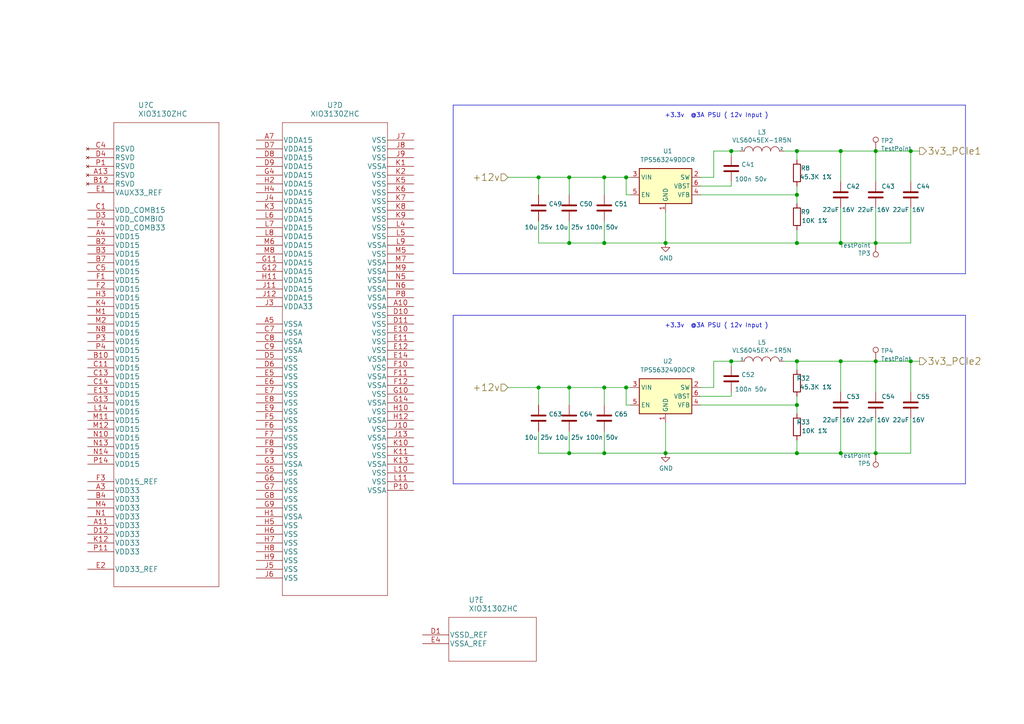
<source format=kicad_sch>
(kicad_sch (version 20210615) (generator eeschema)
  (paper "A4")
  (lib_symbols
    (symbol "Connector:TestPoint" (pin_numbers hide) (pin_names (offset 0.762) hide)
      (property "Reference" "TP" (at 0 6.858 0))
      (property "Value" "TestPoint" (at 0 5.08 0))
      (symbol "TestPoint_0_1"
        (circle (center 0 3.302) (radius 0.762))
      )
      (symbol "TestPoint_1_1"
        (pin passive line (at 0 0 90) (length 2.54) (name "1") (number "1"))
      )
    )
    (symbol "Device:C" (pin_numbers hide) (pin_names (offset 0.254))
      (property "Reference" "C" (at 0.635 2.54 0))
      (property "Value" "C" (at 0.635 -2.54 0))
      (symbol "C_0_1"
        (polyline (pts (xy -2.032 -0.762) (xy 2.032 -0.762)) (stroke (width 0.508)))
        (polyline (pts (xy -2.032 0.762) (xy 2.032 0.762)) (stroke (width 0.508)))
      )
      (symbol "C_1_1"
        (pin passive line (at 0 3.81 270) (length 2.794) (name "~") (number "1"))
        (pin passive line (at 0 -3.81 90) (length 2.794) (name "~") (number "2"))
      )
    )
    (symbol "Device:R" (pin_numbers hide) (pin_names (offset 0))
      (property "Reference" "R" (at 2.032 0 90))
      (property "Value" "R" (at 0 0 90))
      (symbol "R_0_1"
        (rectangle (start -1.016 -2.54) (end 1.016 2.54) (stroke (width 0.254)))
      )
      (symbol "R_1_1"
        (pin passive line (at 0 3.81 270) (length 1.27) (name "~") (number "1"))
        (pin passive line (at 0 -3.81 90) (length 1.27) (name "~") (number "2"))
      )
    )
    (symbol "Regulator_Switching:TPS563200"
      (property "Reference" "U" (at -7.62 6.35 0))
      (property "Value" "TPS563200" (at -2.54 6.35 0))
      (symbol "TPS563200_0_1"
        (rectangle (start -7.62 5.08) (end 7.62 -5.08) (stroke (width 0.254)) (fill (type background)))
      )
      (symbol "TPS563200_1_1"
        (pin power_in line (at 0 -7.62 90) (length 2.54) (name "GND") (number "1"))
        (pin output line (at 10.16 2.54 180) (length 2.54) (name "SW") (number "2"))
        (pin power_in line (at -10.16 2.54 0) (length 2.54) (name "VIN") (number "3"))
        (pin input line (at 10.16 -2.54 180) (length 2.54) (name "VFB") (number "4"))
        (pin input line (at -10.16 -2.54 0) (length 2.54) (name "EN") (number "5"))
        (pin passive line (at 10.16 0 180) (length 2.54) (name "VBST") (number "6"))
      )
    )
    (symbol "Scott:XIO3130ZHC" (pin_names (offset 0.254))
      (property "Reference" "U" (at 35.56 10.16 0))
      (property "Value" "XIO3130ZHC" (at 35.56 7.62 0))
      (symbol "XIO3130ZHC_1_1"
        (polyline (pts (xy 7.62 -96.52) (xy 63.5 -96.52)) (stroke (width 0.127)))
        (polyline (pts (xy 7.62 5.08) (xy 7.62 -96.52)) (stroke (width 0.127)))
        (polyline (pts (xy 63.5 -96.52) (xy 63.5 5.08)) (stroke (width 0.127)))
        (polyline (pts (xy 63.5 5.08) (xy 7.62 5.08)) (stroke (width 0.127)))
        (pin output line (at 71.12 -7.62 180) (length 7.62) (name "*DN3_PERST") (number "A1"))
        (pin bidirectional line (at 71.12 -63.5 180) (length 7.62) (name "GPIO2") (number "A12"))
        (pin bidirectional line (at 0 -60.96 0) (length 7.62) (name "GPIO12") (number "A14"))
        (pin output line (at 71.12 -5.08 180) (length 7.62) (name "*DN2_PERST") (number "A2"))
        (pin unspecified line (at 0 -35.56 0) (length 7.62) (name "DN1_PERP") (number "A6"))
        (pin unspecified line (at 0 -38.1 0) (length 7.62) (name "DN1_PETP") (number "A8"))
        (pin output line (at 71.12 -10.16 180) (length 7.62) (name "DN1_REFCK_OP") (number "A9"))
        (pin input line (at 0 -2.54 0) (length 7.62) (name "*UP_PERST") (number "B1"))
        (pin bidirectional line (at 0 -63.5 0) (length 7.62) (name "GPIO12") (number "B11"))
        (pin bidirectional line (at 71.12 -66.04 180) (length 7.62) (name "GPIO13") (number "B13"))
        (pin output line (at 71.12 -33.02 180) (length 7.62) (name "SCL") (number "B14"))
        (pin output line (at 71.12 -2.54 180) (length 7.62) (name "*DN1_PERST") (number "B5"))
        (pin unspecified line (at 0 -40.64 0) (length 7.62) (name "DN1_PERN") (number "B6"))
        (pin unspecified line (at 0 -43.18 0) (length 7.62) (name "DN1_PETN") (number "B8"))
        (pin output line (at 71.12 -12.7 180) (length 7.62) (name "DN1_REFCK_ON") (number "B9"))
        (pin input line (at 0 -7.62 0) (length 7.62) (name "DN1_DPSTRP") (number "C10"))
        (pin bidirectional line (at 71.12 -68.58 180) (length 7.62) (name "GPIO3") (number "C12"))
        (pin input line (at 0 0 0) (length 7.62) (name "*GRST") (number "C2"))
        (pin unspecified line (at 0 -30.48 0) (length 7.62) (name "*WAKE") (number "C3"))
        (pin bidirectional line (at 71.12 -50.8 180) (length 7.62) (name "GPIO0") (number "C6"))
        (pin bidirectional line (at 0 -73.66 0) (length 7.62) (name "SDA") (number "D13"))
        (pin bidirectional line (at 71.12 -71.12 180) (length 7.62) (name "GPIO4") (number "D14"))
        (pin unspecified line (at 0 -68.58 0) (length 7.62) (name "REFR0") (number "D2"))
        (pin unspecified line (at 0 -71.12 0) (length 7.62) (name "REFR1") (number "E3"))
        (pin unspecified line (at 71.12 -38.1 180) (length 7.62) (name "DN2_PERP") (number "F13"))
        (pin unspecified line (at 71.12 -40.64 180) (length 7.62) (name "DN2_PERN") (number "F14"))
        (pin unspecified line (at 0 -78.74 0) (length 7.62) (name "UP_PETP") (number "G1"))
        (pin unspecified line (at 0 -81.28 0) (length 7.62) (name "UP_PETN") (number "G2"))
        (pin unspecified line (at 71.12 -43.18 180) (length 7.62) (name "DN2_PETP") (number "H13"))
        (pin unspecified line (at 71.12 -45.72 180) (length 7.62) (name "DN2_PETN") (number "H14"))
        (pin unspecified line (at 0 -83.82 0) (length 7.62) (name "UP_PERP") (number "J1"))
        (pin output line (at 71.12 -17.78 180) (length 7.62) (name "DN2_REFCKON") (number "J14"))
        (pin unspecified line (at 0 -86.36 0) (length 7.62) (name "UP_PERN") (number "J2"))
        (pin output line (at 71.12 -20.32 180) (length 7.62) (name "DN2_REFCKOP") (number "K14"))
        (pin input line (at 0 -22.86 0) (length 7.62) (name "UP_REFCKIP") (number "L1"))
        (pin bidirectional line (at 71.12 -73.66 180) (length 7.62) (name "GPIO5") (number "L12"))
        (pin input line (at 0 -12.7 0) (length 7.62) (name "DN2_DPSTRP") (number "L13"))
        (pin input line (at 0 -25.4 0) (length 7.62) (name "UP_REFCKIN") (number "L2"))
        (pin bidirectional line (at 71.12 -53.34 180) (length 7.62) (name "GPIO18") (number "L3"))
        (pin bidirectional line (at 71.12 -76.2 180) (length 7.62) (name "GPIO8") (number "M10"))
        (pin bidirectional line (at 71.12 -78.74 180) (length 7.62) (name "GPIO6") (number "M13"))
        (pin bidirectional line (at 71.12 -81.28 180) (length 7.62) (name "GPIO15") (number "M14"))
        (pin bidirectional line (at 71.12 -55.88 180) (length 7.62) (name "GPIO17") (number "M3"))
        (pin bidirectional line (at 71.12 -83.82 180) (length 7.62) (name "GPIO11") (number "N11"))
        (pin bidirectional line (at 71.12 -86.36 180) (length 7.62) (name "GPIO14") (number "N12"))
        (pin output line (at 71.12 0 180) (length 7.62) (name "*CLKREQ_UP") (number "N2"))
        (pin bidirectional line (at 71.12 -58.42 180) (length 7.62) (name "GPIO9") (number "N3"))
        (pin input line (at 0 -17.78 0) (length 7.62) (name "DN3_DPSTRP") (number "N4"))
        (pin unspecified line (at 0 -48.26 0) (length 7.62) (name "DN3_PETP") (number "N7"))
        (pin unspecified line (at 0 -50.8 0) (length 7.62) (name "DN3_PERP") (number "N9"))
        (pin bidirectional line (at 71.12 -88.9 180) (length 7.62) (name "GPIO16") (number "P12"))
        (pin bidirectional line (at 71.12 -91.44 180) (length 7.62) (name "GPIO7") (number "P13"))
        (pin bidirectional line (at 71.12 -60.96 180) (length 7.62) (name "GPIO10") (number "P2"))
        (pin output line (at 71.12 -25.4 180) (length 7.62) (name "DN3_REFCKOP") (number "P5"))
        (pin output line (at 71.12 -27.94 180) (length 7.62) (name "DN3_REFCKON") (number "P6"))
        (pin unspecified line (at 0 -53.34 0) (length 7.62) (name "DN3_PETN") (number "P7"))
        (pin unspecified line (at 0 -55.88 0) (length 7.62) (name "DN3_PERN") (number "P9"))
      )
      (symbol "XIO3130ZHC_2_1"
        (polyline (pts (xy -12.7 -2.54) (xy 12.7 -2.54)) (stroke (width 0.127)))
        (polyline (pts (xy -12.7 5.08) (xy -12.7 -2.54)) (stroke (width 0.127)))
        (polyline (pts (xy 12.7 -2.54) (xy 12.7 5.08)) (stroke (width 0.127)))
        (polyline (pts (xy 12.7 5.08) (xy -12.7 5.08)) (stroke (width 0.127)))
      )
      (symbol "XIO3130ZHC_3_1"
        (polyline (pts (xy 7.62 -127) (xy 38.1 -127)) (stroke (width 0.127)))
        (polyline (pts (xy 7.62 7.62) (xy 7.62 -127)) (stroke (width 0.127)))
        (polyline (pts (xy 38.1 -127) (xy 38.1 7.62)) (stroke (width 0.127)))
        (polyline (pts (xy 38.1 7.62) (xy 7.62 7.62)) (stroke (width 0.127)))
        (pin power_in line (at 0 -109.22 0) (length 7.62) (name "VDD33") (number "A11"))
        (pin no_connect line (at 0 -7.62 0) (length 7.62) (name "RSVD") (number "A13"))
        (pin power_in line (at 0 -99.06 0) (length 7.62) (name "VDD33") (number "A3"))
        (pin power_in line (at 0 -25.4 0) (length 7.62) (name "VDD15") (number "A4"))
        (pin power_in line (at 0 -60.96 0) (length 7.62) (name "VDD15") (number "B10"))
        (pin no_connect line (at 0 -10.16 0) (length 7.62) (name "RSVD") (number "B12"))
        (pin power_in line (at 0 -27.94 0) (length 7.62) (name "VDD15") (number "B2"))
        (pin power_in line (at 0 -30.48 0) (length 7.62) (name "VDD15") (number "B3"))
        (pin power_in line (at 0 -101.6 0) (length 7.62) (name "VDD33") (number "B4"))
        (pin power_in line (at 0 -33.02 0) (length 7.62) (name "VDD15") (number "B7"))
        (pin power_in line (at 0 -17.78 0) (length 7.62) (name "VDD_COMB15") (number "C1"))
        (pin power_in line (at 0 -63.5 0) (length 7.62) (name "VDD15") (number "C11"))
        (pin power_in line (at 0 -66.04 0) (length 7.62) (name "VDD15") (number "C13"))
        (pin power_in line (at 0 -68.58 0) (length 7.62) (name "VDD15") (number "C14"))
        (pin no_connect line (at 0 0 0) (length 7.62) (name "RSVD") (number "C4"))
        (pin power_in line (at 0 -35.56 0) (length 7.62) (name "VDD15") (number "C5"))
        (pin power_in line (at 0 -111.76 0) (length 7.62) (name "VDD33") (number "D12"))
        (pin power_in line (at 0 -20.32 0) (length 7.62) (name "VDD_COMBIO") (number "D3"))
        (pin no_connect line (at 0 -2.54 0) (length 7.62) (name "RSVD") (number "D4"))
        (pin power_in line (at 0 -12.7 0) (length 7.62) (name "VAUX33_REF") (number "E1"))
        (pin power_in line (at 0 -71.12 0) (length 7.62) (name "VDD15") (number "E13"))
        (pin power_in line (at 0 -121.92 0) (length 7.62) (name "VDD33_REF") (number "E2"))
        (pin power_in line (at 0 -38.1 0) (length 7.62) (name "VDD15") (number "F1"))
        (pin power_in line (at 0 -40.64 0) (length 7.62) (name "VDD15") (number "F2"))
        (pin power_in line (at 0 -96.52 0) (length 7.62) (name "VDD15_REF") (number "F3"))
        (pin power_in line (at 0 -22.86 0) (length 7.62) (name "VDD_COMB33") (number "F4"))
        (pin power_in line (at 0 -73.66 0) (length 7.62) (name "VDD15") (number "G13"))
        (pin power_in line (at 0 -43.18 0) (length 7.62) (name "VDD15") (number "H3"))
        (pin power_in line (at 0 -114.3 0) (length 7.62) (name "VDD33") (number "K12"))
        (pin power_in line (at 0 -45.72 0) (length 7.62) (name "VDD15") (number "K4"))
        (pin power_in line (at 0 -76.2 0) (length 7.62) (name "VDD15") (number "L14"))
        (pin power_in line (at 0 -48.26 0) (length 7.62) (name "VDD15") (number "M1"))
        (pin power_in line (at 0 -78.74 0) (length 7.62) (name "VDD15") (number "M11"))
        (pin power_in line (at 0 -81.28 0) (length 7.62) (name "VDD15") (number "M12"))
        (pin power_in line (at 0 -50.8 0) (length 7.62) (name "VDD15") (number "M2"))
        (pin power_in line (at 0 -104.14 0) (length 7.62) (name "VDD33") (number "M4"))
        (pin power_in line (at 0 -106.68 0) (length 7.62) (name "VDD33") (number "N1"))
        (pin power_in line (at 0 -83.82 0) (length 7.62) (name "VDD15") (number "N10"))
        (pin power_in line (at 0 -86.36 0) (length 7.62) (name "VDD15") (number "N13"))
        (pin power_in line (at 0 -88.9 0) (length 7.62) (name "VDD15") (number "N14"))
        (pin power_in line (at 0 -53.34 0) (length 7.62) (name "VDD15") (number "N8"))
        (pin no_connect line (at 0 -5.08 0) (length 7.62) (name "RSVD") (number "P1"))
        (pin power_in line (at 0 -116.84 0) (length 7.62) (name "VDD33") (number "P11"))
        (pin power_in line (at 0 -91.44 0) (length 7.62) (name "VDD15") (number "P14"))
        (pin power_in line (at 0 -55.88 0) (length 7.62) (name "VDD15") (number "P3"))
        (pin power_in line (at 0 -58.42 0) (length 7.62) (name "VDD15") (number "P4"))
      )
      (symbol "XIO3130ZHC_4_1"
        (polyline (pts (xy 7.62 -132.08) (xy 38.1 -132.08)) (stroke (width 0.127)))
        (polyline (pts (xy 7.62 5.08) (xy 7.62 -132.08)) (stroke (width 0.127)))
        (polyline (pts (xy 38.1 -132.08) (xy 38.1 5.08)) (stroke (width 0.127)))
        (polyline (pts (xy 38.1 5.08) (xy 7.62 5.08)) (stroke (width 0.127)))
        (pin power_in line (at 45.72 -48.26 180) (length 7.62) (name "VSSA") (number "A10"))
        (pin power_in line (at 0 -53.34 0) (length 7.62) (name "VSSA") (number "A5"))
        (pin power_in line (at 0 0 0) (length 7.62) (name "VDDA15") (number "A7"))
        (pin power_in line (at 0 -55.88 0) (length 7.62) (name "VSSA") (number "C7"))
        (pin power_in line (at 0 -58.42 0) (length 7.62) (name "VSSA") (number "C8"))
        (pin power_in line (at 0 -60.96 0) (length 7.62) (name "VSSA") (number "C9"))
        (pin power_in line (at 45.72 -50.8 180) (length 7.62) (name "VSS") (number "D10"))
        (pin power_in line (at 45.72 -53.34 180) (length 7.62) (name "VSS") (number "D11"))
        (pin power_in line (at 0 -63.5 0) (length 7.62) (name "VSS") (number "D5"))
        (pin power_in line (at 0 -66.04 0) (length 7.62) (name "VSS") (number "D6"))
        (pin power_in line (at 0 -2.54 0) (length 7.62) (name "VDDA15") (number "D7"))
        (pin power_in line (at 0 -5.08 0) (length 7.62) (name "VDDA15") (number "D8"))
        (pin power_in line (at 0 -7.62 0) (length 7.62) (name "VDDA15") (number "D9"))
        (pin power_in line (at 45.72 -55.88 180) (length 7.62) (name "VSS") (number "E10"))
        (pin power_in line (at 45.72 -58.42 180) (length 7.62) (name "VSS") (number "E11"))
        (pin power_in line (at 45.72 -60.96 180) (length 7.62) (name "VSS") (number "E12"))
        (pin power_in line (at 45.72 -63.5 180) (length 7.62) (name "VSSA") (number "E14"))
        (pin power_in line (at 0 -68.58 0) (length 7.62) (name "VSS") (number "E5"))
        (pin power_in line (at 0 -71.12 0) (length 7.62) (name "VSS") (number "E6"))
        (pin power_in line (at 0 -73.66 0) (length 7.62) (name "VSS") (number "E7"))
        (pin power_in line (at 0 -76.2 0) (length 7.62) (name "VSS") (number "E8"))
        (pin power_in line (at 0 -78.74 0) (length 7.62) (name "VSS") (number "E9"))
        (pin power_in line (at 45.72 -66.04 180) (length 7.62) (name "VSS") (number "F10"))
        (pin power_in line (at 45.72 -68.58 180) (length 7.62) (name "VSSA") (number "F11"))
        (pin power_in line (at 45.72 -71.12 180) (length 7.62) (name "VSSA") (number "F12"))
        (pin power_in line (at 0 -81.28 0) (length 7.62) (name "VSS") (number "F5"))
        (pin power_in line (at 0 -83.82 0) (length 7.62) (name "VSS") (number "F6"))
        (pin power_in line (at 0 -86.36 0) (length 7.62) (name "VSS") (number "F7"))
        (pin power_in line (at 0 -88.9 0) (length 7.62) (name "VSS") (number "F8"))
        (pin power_in line (at 0 -91.44 0) (length 7.62) (name "VSS") (number "F9"))
        (pin power_in line (at 45.72 -73.66 180) (length 7.62) (name "VSS") (number "G10"))
        (pin power_in line (at 0 -35.56 0) (length 7.62) (name "VDDA15") (number "G11"))
        (pin power_in line (at 0 -38.1 0) (length 7.62) (name "VDDA15") (number "G12"))
        (pin power_in line (at 45.72 -76.2 180) (length 7.62) (name "VSSA") (number "G14"))
        (pin power_in line (at 0 -93.98 0) (length 7.62) (name "VSSA") (number "G3"))
        (pin power_in line (at 0 -10.16 0) (length 7.62) (name "VDDA15") (number "G4"))
        (pin power_in line (at 0 -96.52 0) (length 7.62) (name "VSS") (number "G5"))
        (pin power_in line (at 0 -99.06 0) (length 7.62) (name "VSS") (number "G6"))
        (pin power_in line (at 0 -101.6 0) (length 7.62) (name "VSS") (number "G7"))
        (pin power_in line (at 0 -104.14 0) (length 7.62) (name "VSS") (number "G8"))
        (pin power_in line (at 0 -106.68 0) (length 7.62) (name "VSS") (number "G9"))
        (pin power_in line (at 0 -109.22 0) (length 7.62) (name "VSSA") (number "H1"))
        (pin power_in line (at 45.72 -78.74 180) (length 7.62) (name "VSS") (number "H10"))
        (pin power_in line (at 0 -40.64 0) (length 7.62) (name "VDDA15") (number "H11"))
        (pin power_in line (at 45.72 -81.28 180) (length 7.62) (name "VSSA") (number "H12"))
        (pin power_in line (at 0 -12.7 0) (length 7.62) (name "VDDA15") (number "H2"))
        (pin power_in line (at 0 -15.24 0) (length 7.62) (name "VDDA15") (number "H4"))
        (pin power_in line (at 0 -111.76 0) (length 7.62) (name "VSS") (number "H5"))
        (pin power_in line (at 0 -114.3 0) (length 7.62) (name "VSS") (number "H6"))
        (pin power_in line (at 0 -116.84 0) (length 7.62) (name "VSS") (number "H7"))
        (pin power_in line (at 0 -119.38 0) (length 7.62) (name "VSS") (number "H8"))
        (pin power_in line (at 0 -121.92 0) (length 7.62) (name "VSS") (number "H9"))
        (pin power_in line (at 45.72 -83.82 180) (length 7.62) (name "VSS") (number "J10"))
        (pin power_in line (at 0 -43.18 0) (length 7.62) (name "VDDA15") (number "J11"))
        (pin power_in line (at 0 -45.72 0) (length 7.62) (name "VDDA15") (number "J12"))
        (pin power_in line (at 45.72 -86.36 180) (length 7.62) (name "VSSA") (number "J13"))
        (pin power_in line (at 0 -48.26 0) (length 7.62) (name "VDDA33") (number "J3"))
        (pin power_in line (at 0 -17.78 0) (length 7.62) (name "VDDA15") (number "J4"))
        (pin power_in line (at 0 -124.46 0) (length 7.62) (name "VSS") (number "J5"))
        (pin power_in line (at 0 -127 0) (length 7.62) (name "VSS") (number "J6"))
        (pin power_in line (at 45.72 0 180) (length 7.62) (name "VSS") (number "J7"))
        (pin power_in line (at 45.72 -2.54 180) (length 7.62) (name "VSS") (number "J8"))
        (pin power_in line (at 45.72 -5.08 180) (length 7.62) (name "VSS") (number "J9"))
        (pin power_in line (at 45.72 -7.62 180) (length 7.62) (name "VSSA") (number "K1"))
        (pin power_in line (at 45.72 -88.9 180) (length 7.62) (name "VSS") (number "K10"))
        (pin power_in line (at 45.72 -91.44 180) (length 7.62) (name "VSS") (number "K11"))
        (pin power_in line (at 45.72 -93.98 180) (length 7.62) (name "VSSA") (number "K13"))
        (pin power_in line (at 45.72 -10.16 180) (length 7.62) (name "VSS") (number "K2"))
        (pin power_in line (at 0 -20.32 0) (length 7.62) (name "VDDA15") (number "K3"))
        (pin power_in line (at 45.72 -12.7 180) (length 7.62) (name "VSS") (number "K5"))
        (pin power_in line (at 45.72 -15.24 180) (length 7.62) (name "VSS") (number "K6"))
        (pin power_in line (at 45.72 -17.78 180) (length 7.62) (name "VSS") (number "K7"))
        (pin power_in line (at 45.72 -20.32 180) (length 7.62) (name "VSS") (number "K8"))
        (pin power_in line (at 45.72 -22.86 180) (length 7.62) (name "VSS") (number "K9"))
        (pin power_in line (at 45.72 -96.52 180) (length 7.62) (name "VSS") (number "L10"))
        (pin power_in line (at 45.72 -99.06 180) (length 7.62) (name "VSS") (number "L11"))
        (pin power_in line (at 45.72 -25.4 180) (length 7.62) (name "VSS") (number "L4"))
        (pin power_in line (at 45.72 -27.94 180) (length 7.62) (name "VSS") (number "L5"))
        (pin power_in line (at 0 -22.86 0) (length 7.62) (name "VDDA15") (number "L6"))
        (pin power_in line (at 0 -25.4 0) (length 7.62) (name "VDDA15") (number "L7"))
        (pin power_in line (at 0 -27.94 0) (length 7.62) (name "VDDA15") (number "L8"))
        (pin power_in line (at 45.72 -30.48 180) (length 7.62) (name "VSSA") (number "L9"))
        (pin power_in line (at 45.72 -33.02 180) (length 7.62) (name "VSS") (number "M5"))
        (pin power_in line (at 0 -30.48 0) (length 7.62) (name "VDDA15") (number "M6"))
        (pin power_in line (at 45.72 -35.56 180) (length 7.62) (name "VSSA") (number "M7"))
        (pin power_in line (at 0 -33.02 0) (length 7.62) (name "VDDA15") (number "M8"))
        (pin power_in line (at 45.72 -38.1 180) (length 7.62) (name "VSSA") (number "M9"))
        (pin power_in line (at 45.72 -40.64 180) (length 7.62) (name "VSSA") (number "N5"))
        (pin power_in line (at 45.72 -43.18 180) (length 7.62) (name "VSSA") (number "N6"))
        (pin power_in line (at 45.72 -101.6 180) (length 7.62) (name "VSSA") (number "P10"))
        (pin power_in line (at 45.72 -45.72 180) (length 7.62) (name "VSSA") (number "P8"))
      )
      (symbol "XIO3130ZHC_5_1"
        (polyline (pts (xy 7.62 -7.62) (xy 33.02 -7.62)) (stroke (width 0.127)))
        (polyline (pts (xy 7.62 5.08) (xy 7.62 -7.62)) (stroke (width 0.127)))
        (polyline (pts (xy 33.02 -7.62) (xy 33.02 5.08)) (stroke (width 0.127)))
        (polyline (pts (xy 33.02 5.08) (xy 7.62 5.08)) (stroke (width 0.127)))
        (pin power_in line (at 0 0 0) (length 7.62) (name "VSSD_REF") (number "D1"))
        (pin power_in line (at 0 -2.54 0) (length 7.62) (name "VSSA_REF") (number "E4"))
      )
    )
    (symbol "power:GND" (power) (pin_names (offset 0))
      (property "Value" "GND" (at 0 -3.81 0))
      (symbol "GND_0_1"
        (polyline (pts (xy 0 0) (xy 0 -1.27) (xy 1.27 -1.27) (xy 0 -2.54) (xy -1.27 -1.27) (xy 0 -1.27)))
      )
      (symbol "GND_1_1"
        (pin power_in line (at 0 0 270) (length 0) hide (name "GND") (number "1"))
      )
    )
    (symbol "pspice:INDUCTOR" (pin_numbers hide) (pin_names (offset 0))
      (property "Reference" "L" (at 0 2.54 0))
      (property "Value" "INDUCTOR" (at 0 -1.27 0))
      (symbol "INDUCTOR_0_1"
        (arc (start -2.54 0) (end -5.08 0) (radius (at -3.81 0) (length 1.27) (angles 0.1 179.9)))
        (arc (start 0 0) (end -2.54 0) (radius (at -1.27 0) (length 1.27) (angles 0.1 179.9)))
        (arc (start 2.54 0) (end 0 0) (radius (at 1.27 0) (length 1.27) (angles 0.1 179.9)))
        (arc (start 5.08 0) (end 2.54 0) (radius (at 3.81 0) (length 1.27) (angles 0.1 179.9)))
      )
      (symbol "INDUCTOR_1_1"
        (pin input line (at -6.35 0 0) (length 1.27) (name "1") (number "1"))
        (pin input line (at 6.35 0 180) (length 1.27) (name "2") (number "2"))
      )
    )
  )
  (junction (at 156.21 51.435) (diameter 1.016))
  (junction (at 156.21 112.395) (diameter 1.016))
  (junction (at 165.1 51.435) (diameter 1.016))
  (junction (at 165.1 70.485) (diameter 1.016))
  (junction (at 165.1 112.395) (diameter 1.016))
  (junction (at 165.1 131.445) (diameter 1.016))
  (junction (at 175.26 51.435) (diameter 1.016))
  (junction (at 175.26 70.485) (diameter 1.016))
  (junction (at 175.26 112.395) (diameter 1.016))
  (junction (at 175.26 131.445) (diameter 1.016))
  (junction (at 181.61 51.435) (diameter 1.016))
  (junction (at 181.61 112.395) (diameter 1.016))
  (junction (at 193.04 70.485) (diameter 1.016))
  (junction (at 193.04 131.445) (diameter 1.016))
  (junction (at 212.09 43.815) (diameter 1.016))
  (junction (at 212.09 104.775) (diameter 1.016))
  (junction (at 231.14 43.815) (diameter 1.016))
  (junction (at 231.14 56.515) (diameter 1.016))
  (junction (at 231.14 70.485) (diameter 1.016))
  (junction (at 231.14 104.775) (diameter 1.016))
  (junction (at 231.14 117.475) (diameter 1.016))
  (junction (at 231.14 131.445) (diameter 1.016))
  (junction (at 243.84 43.815) (diameter 1.016))
  (junction (at 243.84 70.485) (diameter 1.016))
  (junction (at 243.84 104.775) (diameter 1.016))
  (junction (at 243.84 131.445) (diameter 1.016))
  (junction (at 254 43.815) (diameter 1.016))
  (junction (at 254 70.485) (diameter 1.016))
  (junction (at 254 104.775) (diameter 1.016))
  (junction (at 254 131.445) (diameter 1.016))
  (junction (at 264.16 43.815) (diameter 1.016))
  (junction (at 264.16 104.775) (diameter 1.016))
  (wire (pts (xy 147.32 51.435) (xy 156.21 51.435)))
  (wire (pts (xy 147.32 112.395) (xy 156.21 112.395)))
  (wire (pts (xy 156.21 51.435) (xy 156.21 56.515)))
  (wire (pts (xy 156.21 51.435) (xy 165.1 51.435)))
  (wire (pts (xy 156.21 64.135) (xy 156.21 70.485)))
  (wire (pts (xy 156.21 70.485) (xy 165.1 70.485)))
  (wire (pts (xy 156.21 112.395) (xy 156.21 117.475)))
  (wire (pts (xy 156.21 112.395) (xy 165.1 112.395)))
  (wire (pts (xy 156.21 125.095) (xy 156.21 131.445)))
  (wire (pts (xy 156.21 131.445) (xy 165.1 131.445)))
  (wire (pts (xy 165.1 51.435) (xy 165.1 56.515)))
  (wire (pts (xy 165.1 51.435) (xy 175.26 51.435)))
  (wire (pts (xy 165.1 64.135) (xy 165.1 70.485)))
  (wire (pts (xy 165.1 70.485) (xy 175.26 70.485)))
  (wire (pts (xy 165.1 112.395) (xy 165.1 117.475)))
  (wire (pts (xy 165.1 112.395) (xy 175.26 112.395)))
  (wire (pts (xy 165.1 125.095) (xy 165.1 131.445)))
  (wire (pts (xy 165.1 131.445) (xy 175.26 131.445)))
  (wire (pts (xy 175.26 51.435) (xy 175.26 56.515)))
  (wire (pts (xy 175.26 51.435) (xy 181.61 51.435)))
  (wire (pts (xy 175.26 64.135) (xy 175.26 70.485)))
  (wire (pts (xy 175.26 70.485) (xy 193.04 70.485)))
  (wire (pts (xy 175.26 112.395) (xy 175.26 117.475)))
  (wire (pts (xy 175.26 112.395) (xy 181.61 112.395)))
  (wire (pts (xy 175.26 125.095) (xy 175.26 131.445)))
  (wire (pts (xy 175.26 131.445) (xy 193.04 131.445)))
  (wire (pts (xy 181.61 51.435) (xy 182.88 51.435)))
  (wire (pts (xy 181.61 56.515) (xy 181.61 51.435)))
  (wire (pts (xy 181.61 112.395) (xy 182.88 112.395)))
  (wire (pts (xy 181.61 117.475) (xy 181.61 112.395)))
  (wire (pts (xy 182.88 56.515) (xy 181.61 56.515)))
  (wire (pts (xy 182.88 117.475) (xy 181.61 117.475)))
  (wire (pts (xy 193.04 61.595) (xy 193.04 70.485)))
  (wire (pts (xy 193.04 70.485) (xy 231.14 70.485)))
  (wire (pts (xy 193.04 122.555) (xy 193.04 131.445)))
  (wire (pts (xy 193.04 131.445) (xy 231.14 131.445)))
  (wire (pts (xy 203.2 53.975) (xy 212.09 53.975)))
  (wire (pts (xy 203.2 56.515) (xy 231.14 56.515)))
  (wire (pts (xy 203.2 114.935) (xy 212.09 114.935)))
  (wire (pts (xy 203.2 117.475) (xy 231.14 117.475)))
  (wire (pts (xy 207.01 43.815) (xy 207.01 51.435)))
  (wire (pts (xy 207.01 51.435) (xy 203.2 51.435)))
  (wire (pts (xy 207.01 104.775) (xy 207.01 112.395)))
  (wire (pts (xy 207.01 112.395) (xy 203.2 112.395)))
  (wire (pts (xy 212.09 43.815) (xy 207.01 43.815)))
  (wire (pts (xy 212.09 43.815) (xy 212.09 45.085)))
  (wire (pts (xy 212.09 53.975) (xy 212.09 52.705)))
  (wire (pts (xy 212.09 104.775) (xy 207.01 104.775)))
  (wire (pts (xy 212.09 104.775) (xy 212.09 106.045)))
  (wire (pts (xy 212.09 114.935) (xy 212.09 113.665)))
  (wire (pts (xy 214.63 43.815) (xy 212.09 43.815)))
  (wire (pts (xy 214.63 104.775) (xy 212.09 104.775)))
  (wire (pts (xy 227.33 43.815) (xy 231.14 43.815)))
  (wire (pts (xy 227.33 104.775) (xy 231.14 104.775)))
  (wire (pts (xy 231.14 43.815) (xy 231.14 46.355)))
  (wire (pts (xy 231.14 43.815) (xy 243.84 43.815)))
  (wire (pts (xy 231.14 53.975) (xy 231.14 56.515)))
  (wire (pts (xy 231.14 56.515) (xy 231.14 59.055)))
  (wire (pts (xy 231.14 70.485) (xy 231.14 66.675)))
  (wire (pts (xy 231.14 104.775) (xy 231.14 107.315)))
  (wire (pts (xy 231.14 104.775) (xy 243.84 104.775)))
  (wire (pts (xy 231.14 114.935) (xy 231.14 117.475)))
  (wire (pts (xy 231.14 117.475) (xy 231.14 120.015)))
  (wire (pts (xy 231.14 131.445) (xy 231.14 127.635)))
  (wire (pts (xy 243.84 43.815) (xy 243.84 52.705)))
  (wire (pts (xy 243.84 43.815) (xy 254 43.815)))
  (wire (pts (xy 243.84 60.325) (xy 243.84 70.485)))
  (wire (pts (xy 243.84 70.485) (xy 231.14 70.485)))
  (wire (pts (xy 243.84 104.775) (xy 243.84 113.665)))
  (wire (pts (xy 243.84 104.775) (xy 254 104.775)))
  (wire (pts (xy 243.84 121.285) (xy 243.84 131.445)))
  (wire (pts (xy 243.84 131.445) (xy 231.14 131.445)))
  (wire (pts (xy 254 43.815) (xy 254 52.705)))
  (wire (pts (xy 254 43.815) (xy 264.16 43.815)))
  (wire (pts (xy 254 60.325) (xy 254 70.485)))
  (wire (pts (xy 254 70.485) (xy 243.84 70.485)))
  (wire (pts (xy 254 104.775) (xy 254 113.665)))
  (wire (pts (xy 254 104.775) (xy 264.16 104.775)))
  (wire (pts (xy 254 121.285) (xy 254 131.445)))
  (wire (pts (xy 254 131.445) (xy 243.84 131.445)))
  (wire (pts (xy 264.16 43.815) (xy 264.16 52.705)))
  (wire (pts (xy 264.16 43.815) (xy 266.7 43.815)))
  (wire (pts (xy 264.16 60.325) (xy 264.16 70.485)))
  (wire (pts (xy 264.16 70.485) (xy 254 70.485)))
  (wire (pts (xy 264.16 104.775) (xy 264.16 113.665)))
  (wire (pts (xy 264.16 104.775) (xy 266.7 104.775)))
  (wire (pts (xy 264.16 121.285) (xy 264.16 131.445)))
  (wire (pts (xy 264.16 131.445) (xy 254 131.445)))
  (polyline (pts (xy 131.445 30.48) (xy 131.445 79.375)) (stroke (width 0) (type solid)))
  (polyline (pts (xy 131.445 30.48) (xy 280.035 30.48)) (stroke (width 0) (type solid)))
  (polyline (pts (xy 131.445 91.44) (xy 131.445 140.335)) (stroke (width 0) (type solid)))
  (polyline (pts (xy 131.445 91.44) (xy 280.035 91.44)) (stroke (width 0) (type solid)))
  (polyline (pts (xy 280.035 30.48) (xy 280.035 79.375)) (stroke (width 0) (type solid)))
  (polyline (pts (xy 280.035 79.375) (xy 131.445 79.375)) (stroke (width 0) (type solid)))
  (polyline (pts (xy 280.035 91.44) (xy 280.035 140.335)) (stroke (width 0) (type solid)))
  (polyline (pts (xy 280.035 140.335) (xy 131.445 140.335)) (stroke (width 0) (type solid)))
  (text "+3.3v  @3A PSU ( 12v Input )" (at 222.885 34.29 180) (effects (font (size 1.27 1.27)) (justify right bottom)))
  (text "+3.3v  @3A PSU ( 12v Input )" (at 222.885 95.25 180) (effects (font (size 1.27 1.27)) (justify right bottom)))
  (hierarchical_label "+12v" (shape input) (at 147.32 51.435 180) (effects (font (size 2.007 2.007))))
  (hierarchical_label "+12v" (shape input) (at 147.32 112.395 180) (effects (font (size 2.007 2.007))))
  (hierarchical_label "3v3_PCIe1" (shape output) (at 266.7 43.815 0) (effects (font (size 2.007 2.007))))
  (hierarchical_label "3v3_PCIe2" (shape output) (at 266.7 104.775 0) (effects (font (size 2.007 2.007))))
  (symbol (lib_id "Connector:TestPoint") (at 254 43.815 0) (unit 1)
    (property "Reference" "TP2" (at 255.4732 40.8178 0) (effects (justify left)))
    (property "Value" "TestPoint" (at 255.4732 43.1292 0) (effects (justify left)))
    (property "Footprint" "TestPoint:TestPoint_Keystone_5000-5004_Miniature" (effects hide))
    (property "Field4" "nf" (effects hide))
    (property "Field5" "nf" (effects hide))
    (property "Field6" "nf" (effects hide))
    (property "Field7" "nf" (effects hide))
    (property "PartsBoxID" "5001" (effects hide))
  )
  (symbol (lib_id "Connector:TestPoint") (at 254 70.485 180) (unit 1)
    (property "Reference" "TP3" (at 252.5268 73.4822 0) (effects (justify left)))
    (property "Value" "TestPoint" (at 252.5268 71.1708 0) (effects (justify left)))
    (property "Footprint" "TestPoint:TestPoint_Keystone_5000-5004_Miniature" (effects hide))
    (property "Field4" "nf" (effects hide))
    (property "Field5" "nf" (effects hide))
    (property "Field6" "nf" (effects hide))
    (property "Field7" "nf" (effects hide))
    (property "PartsBoxID" "5001" (effects hide))
  )
  (symbol (lib_id "Connector:TestPoint") (at 254 104.775 0) (unit 1)
    (property "Reference" "TP4" (at 255.4732 101.7778 0) (effects (justify left)))
    (property "Value" "TestPoint" (at 255.4732 104.0892 0) (effects (justify left)))
    (property "Footprint" "TestPoint:TestPoint_Keystone_5000-5004_Miniature" (effects hide))
    (property "Field4" "nf" (effects hide))
    (property "Field5" "nf" (effects hide))
    (property "Field6" "nf" (effects hide))
    (property "Field7" "nf" (effects hide))
    (property "PartsBoxID" "5001" (effects hide))
  )
  (symbol (lib_id "Connector:TestPoint") (at 254 131.445 180) (unit 1)
    (property "Reference" "TP5" (at 252.5268 134.4422 0) (effects (justify left)))
    (property "Value" "TestPoint" (at 252.5268 132.1308 0) (effects (justify left)))
    (property "Footprint" "TestPoint:TestPoint_Keystone_5000-5004_Miniature" (effects hide))
    (property "Field4" "nf" (effects hide))
    (property "Field5" "nf" (effects hide))
    (property "Field6" "nf" (effects hide))
    (property "Field7" "nf" (effects hide))
    (property "PartsBoxID" "5001" (effects hide))
  )
  (symbol (lib_id "power:GND") (at 193.04 70.485 0) (unit 1)
    (property "Reference" "#PWR0110" (effects hide))
    (property "Value" "GND" (at 193.167 74.8792 0))
  )
  (symbol (lib_id "power:GND") (at 193.04 131.445 0) (unit 1)
    (property "Reference" "#PWR0109" (effects hide))
    (property "Value" "GND" (at 193.167 135.8392 0))
  )
  (symbol (lib_id "Device:R") (at 231.14 50.165 0) (mirror y) (unit 1)
    (property "Reference" "R8" (at 234.95 48.768 0) (effects (justify left)))
    (property "Value" "45.3K 1%" (at 241.3 51.308 0) (effects (justify left)))
    (property "Footprint" "Resistor_SMD:R_0603_1608Metric" (effects hide))
    (property "PartsBoxID" "CRCW060345K3FKEA" (effects hide))
    (property "LCSC" "C23058" (effects hide))
  )
  (symbol (lib_id "Device:R") (at 231.14 62.865 0) (mirror y) (unit 1)
    (property "Reference" "R9" (at 234.95 61.468 0) (effects (justify left)))
    (property "Value" "10K 1%" (at 240.03 64.008 0) (effects (justify left)))
    (property "Footprint" "Resistor_SMD:R_0603_1608Metric" (effects hide))
    (property "Field6" "CRCW060310K0FKEA" (effects hide))
    (property "PartsBoxID" "0603-10K-1%" (effects hide))
    (property "LCSC" "C25804" (effects hide))
  )
  (symbol (lib_id "Device:R") (at 231.14 111.125 0) (mirror y) (unit 1)
    (property "Reference" "R32" (at 234.95 109.728 0) (effects (justify left)))
    (property "Value" "45.3K 1%" (at 241.3 112.268 0) (effects (justify left)))
    (property "Footprint" "Resistor_SMD:R_0603_1608Metric" (effects hide))
    (property "PartsBoxID" "CRCW060345K3FKEA" (effects hide))
    (property "LCSC" "C23058" (effects hide))
  )
  (symbol (lib_id "Device:R") (at 231.14 123.825 0) (mirror y) (unit 1)
    (property "Reference" "R33" (at 234.95 122.428 0) (effects (justify left)))
    (property "Value" "10K 1%" (at 240.03 124.968 0) (effects (justify left)))
    (property "Footprint" "Resistor_SMD:R_0603_1608Metric" (effects hide))
    (property "Field6" "CRCW060310K0FKEA" (effects hide))
    (property "PartsBoxID" "0603-10K-1%" (effects hide))
    (property "LCSC" "C25804" (effects hide))
  )
  (symbol (lib_id "pspice:INDUCTOR") (at 220.98 43.815 0) (unit 1)
    (property "Reference" "L3" (at 220.98 38.354 0))
    (property "Value" "VLS6045EX-1R5N" (at 220.98 40.6654 0))
    (property "Footprint" "Scott:L_TDK_VLS6045" (effects hide))
    (property "PartsBoxID" "VLS6045EX-1R5N" (effects hide))
  )
  (symbol (lib_id "pspice:INDUCTOR") (at 220.98 104.775 0) (unit 1)
    (property "Reference" "L5" (at 220.98 99.314 0))
    (property "Value" "VLS6045EX-1R5N" (at 220.98 101.6254 0))
    (property "Footprint" "Scott:L_TDK_VLS6045" (effects hide))
    (property "PartsBoxID" "VLS6045EX-1R5N" (effects hide))
  )
  (symbol (lib_id "Device:C") (at 156.21 60.325 0) (unit 1)
    (property "Reference" "C49" (at 159.131 59.1566 0) (effects (justify left)))
    (property "Value" "10u 25v" (at 152.146 65.913 0) (effects (justify left)))
    (property "Footprint" "Capacitor_SMD:C_0805_2012Metric" (effects hide))
    (property "Field4" "Digikey" (effects hide))
    (property "Field6" "C0805C106K8PACTU" (effects hide))
    (property "Field7" "Kemet" (effects hide))
    (property "Part Description" "10uF 10% or 20% 10V Ceramic Capacitor X5R 0805" (effects hide))
    (property "PartsBoxID" "0805-10uF-X7R-25V" (effects hide))
    (property "LCSC" "C15850" (effects hide))
  )
  (symbol (lib_id "Device:C") (at 156.21 121.285 0) (unit 1)
    (property "Reference" "C63" (at 159.131 120.1166 0) (effects (justify left)))
    (property "Value" "10u 25v" (at 152.146 126.873 0) (effects (justify left)))
    (property "Footprint" "Capacitor_SMD:C_0805_2012Metric" (effects hide))
    (property "Field4" "Digikey" (effects hide))
    (property "Field6" "C0805C106K8PACTU" (effects hide))
    (property "Field7" "Kemet" (effects hide))
    (property "Part Description" "10uF 10% or 20% 10V Ceramic Capacitor X5R 0805" (effects hide))
    (property "PartsBoxID" "0805-10uF-X7R-25V" (effects hide))
    (property "LCSC" "C15850" (effects hide))
  )
  (symbol (lib_id "Device:C") (at 165.1 60.325 0) (unit 1)
    (property "Reference" "C50" (at 168.021 59.1566 0) (effects (justify left)))
    (property "Value" "10u 25v" (at 161.036 65.913 0) (effects (justify left)))
    (property "Footprint" "Capacitor_SMD:C_0805_2012Metric" (effects hide))
    (property "Field4" "Digikey" (effects hide))
    (property "Field6" "C0805C106K8PACTU" (effects hide))
    (property "Field7" "Kemet" (effects hide))
    (property "Part Description" "10uF 10% or 20% 10V Ceramic Capacitor X5R 0805" (effects hide))
    (property "PartsBoxID" "0805-10uF-X7R-25V" (effects hide))
    (property "LCSC" "C15850" (effects hide))
  )
  (symbol (lib_id "Device:C") (at 165.1 121.285 0) (unit 1)
    (property "Reference" "C64" (at 168.021 120.1166 0) (effects (justify left)))
    (property "Value" "10u 25v" (at 161.036 126.873 0) (effects (justify left)))
    (property "Footprint" "Capacitor_SMD:C_0805_2012Metric" (effects hide))
    (property "Field4" "Digikey" (effects hide))
    (property "Field6" "C0805C106K8PACTU" (effects hide))
    (property "Field7" "Kemet" (effects hide))
    (property "Part Description" "10uF 10% or 20% 10V Ceramic Capacitor X5R 0805" (effects hide))
    (property "PartsBoxID" "0805-10uF-X7R-25V" (effects hide))
    (property "LCSC" "C15850" (effects hide))
  )
  (symbol (lib_id "Device:C") (at 175.26 60.325 0) (unit 1)
    (property "Reference" "C51" (at 178.181 59.1566 0) (effects (justify left)))
    (property "Value" "100n 50v" (at 169.926 65.913 0) (effects (justify left)))
    (property "Footprint" "Capacitor_SMD:C_0603_1608Metric" (effects hide))
    (property "Field4" "Digikey" (effects hide))
    (property "Field6" "GRM188R71H104KA93D" (effects hide))
    (property "Field7" "Murata" (effects hide))
    (property "Part Description" "100nF 10% or 20% 50V Ceramic Capacitor X7R 0603" (effects hide))
    (property "PartsBoxID" "0603-100nF-X7R-50V" (effects hide))
    (property "LCSC" "C14663" (effects hide))
  )
  (symbol (lib_id "Device:C") (at 175.26 121.285 0) (unit 1)
    (property "Reference" "C65" (at 178.181 120.1166 0) (effects (justify left)))
    (property "Value" "100n 50v" (at 169.926 126.873 0) (effects (justify left)))
    (property "Footprint" "Capacitor_SMD:C_0603_1608Metric" (effects hide))
    (property "Field4" "Digikey" (effects hide))
    (property "Field6" "GRM188R71H104KA93D" (effects hide))
    (property "Field7" "Murata" (effects hide))
    (property "Part Description" "100nF 10% or 20% 50V Ceramic Capacitor X7R 0603" (effects hide))
    (property "PartsBoxID" "0603-100nF-X7R-50V" (effects hide))
    (property "LCSC" "C14663" (effects hide))
  )
  (symbol (lib_id "Device:C") (at 212.09 48.895 0) (unit 1)
    (property "Reference" "C41" (at 215.011 47.7266 0) (effects (justify left)))
    (property "Value" "100n 50v" (at 213.106 51.943 0) (effects (justify left)))
    (property "Footprint" "Capacitor_SMD:C_0603_1608Metric" (effects hide))
    (property "Field4" "Digikey" (effects hide))
    (property "Field6" "GRM155R71C104KA88D" (effects hide))
    (property "Field7" "Murata" (effects hide))
    (property "Part Description" "100nF 10% or 20% 50V Ceramic Capacitor X7R 0603" (effects hide))
    (property "PartsBoxID" "0603-100nF-X7R-50V" (effects hide))
    (property "LCSC" "C14663" (effects hide))
  )
  (symbol (lib_id "Device:C") (at 212.09 109.855 0) (unit 1)
    (property "Reference" "C52" (at 215.011 108.6866 0) (effects (justify left)))
    (property "Value" "100n 50v" (at 213.106 112.903 0) (effects (justify left)))
    (property "Footprint" "Capacitor_SMD:C_0603_1608Metric" (effects hide))
    (property "Field4" "Digikey" (effects hide))
    (property "Field6" "GRM155R71C104KA88D" (effects hide))
    (property "Field7" "Murata" (effects hide))
    (property "Part Description" "100nF 10% or 20% 50V Ceramic Capacitor X7R 0603" (effects hide))
    (property "PartsBoxID" "0603-100nF-X7R-50V" (effects hide))
    (property "LCSC" "C14663" (effects hide))
  )
  (symbol (lib_id "Device:C") (at 243.84 56.515 0) (unit 1)
    (property "Reference" "C42" (at 245.491 54.0766 0) (effects (justify left)))
    (property "Value" "22uF 16V" (at 238.506 60.833 0) (effects (justify left)))
    (property "Footprint" "Capacitor_SMD:C_1210_3225Metric" (effects hide))
    (property "Field4" "Mouser" (effects hide))
    (property "Part Description" "GCM32ER71C226KE19L" (effects hide))
    (property "PartsBoxID" "1210-22uF-X7R-16V" (effects hide))
    (property "LCSC" "C90146" (effects hide))
  )
  (symbol (lib_id "Device:C") (at 243.84 117.475 0) (unit 1)
    (property "Reference" "C53" (at 245.491 115.0366 0) (effects (justify left)))
    (property "Value" "22uF 16V" (at 238.506 121.793 0) (effects (justify left)))
    (property "Footprint" "Capacitor_SMD:C_1210_3225Metric" (effects hide))
    (property "Field4" "Mouser" (effects hide))
    (property "Part Description" "GCM32ER71C226KE19L" (effects hide))
    (property "PartsBoxID" "1210-22uF-X7R-16V" (effects hide))
    (property "LCSC" "C90146" (effects hide))
  )
  (symbol (lib_id "Device:C") (at 254 56.515 0) (unit 1)
    (property "Reference" "C43" (at 255.651 54.0766 0) (effects (justify left)))
    (property "Value" "22uF 16V" (at 248.666 60.833 0) (effects (justify left)))
    (property "Footprint" "Capacitor_SMD:C_1210_3225Metric" (effects hide))
    (property "Field4" "Mouser" (effects hide))
    (property "Part Description" "GCM32ER71C226KE19L" (effects hide))
    (property "PartsBoxID" "1210-22uF-X7R-16V" (effects hide))
    (property "LCSC" "C90146" (effects hide))
  )
  (symbol (lib_id "Device:C") (at 254 117.475 0) (unit 1)
    (property "Reference" "C54" (at 255.651 115.0366 0) (effects (justify left)))
    (property "Value" "22uF 16V" (at 248.666 121.793 0) (effects (justify left)))
    (property "Footprint" "Capacitor_SMD:C_1210_3225Metric" (effects hide))
    (property "Field4" "Mouser" (effects hide))
    (property "Part Description" "GCM32ER71C226KE19L" (effects hide))
    (property "PartsBoxID" "1210-22uF-X7R-16V" (effects hide))
    (property "LCSC" "C90146" (effects hide))
  )
  (symbol (lib_id "Device:C") (at 264.16 56.515 0) (unit 1)
    (property "Reference" "C44" (at 265.811 54.0766 0) (effects (justify left)))
    (property "Value" "22uF 16V" (at 258.826 60.833 0) (effects (justify left)))
    (property "Footprint" "Capacitor_SMD:C_1210_3225Metric" (effects hide))
    (property "Field4" "Mouser" (effects hide))
    (property "Part Description" "GCM32ER71C226KE19L" (effects hide))
    (property "PartsBoxID" "1210-22uF-X7R-16V" (effects hide))
    (property "LCSC" "C90146" (effects hide))
  )
  (symbol (lib_id "Device:C") (at 264.16 117.475 0) (unit 1)
    (property "Reference" "C55" (at 265.811 115.0366 0) (effects (justify left)))
    (property "Value" "22uF 16V" (at 258.826 121.793 0) (effects (justify left)))
    (property "Footprint" "Capacitor_SMD:C_1210_3225Metric" (effects hide))
    (property "Field4" "Mouser" (effects hide))
    (property "Part Description" "GCM32ER71C226KE19L" (effects hide))
    (property "PartsBoxID" "1210-22uF-X7R-16V" (effects hide))
    (property "LCSC" "C90146" (effects hide))
  )
  (symbol (lib_id "Regulator_Switching:TPS563200") (at 193.04 53.975 0) (unit 1)
    (property "Reference" "U1" (at 193.675 43.815 0))
    (property "Value" "TPS563249DDCR" (at 193.675 46.355 0))
    (property "Footprint" "Package_TO_SOT_SMD:SOT-23-6" (effects hide))
    (property "PartsBoxID" "TPS563249DDCR" (effects hide))
  )
  (symbol (lib_id "Regulator_Switching:TPS563200") (at 193.04 114.935 0) (unit 1)
    (property "Reference" "U2" (at 193.675 104.775 0))
    (property "Value" "TPS563249DDCR" (at 193.675 107.315 0))
    (property "Footprint" "Package_TO_SOT_SMD:SOT-23-6" (effects hide))
    (property "PartsBoxID" "TPS563249DDCR" (effects hide))
  )
  (symbol (lib_id "Scott:XIO3130ZHC") (at 122.555 184.15 0) (unit 5)
    (property "Reference" "U?" (at 135.89 173.99 0) (effects (font (size 1.524 1.524)) (justify left)))
    (property "Value" "XIO3130ZHC" (at 135.89 176.53 0) (effects (font (size 1.524 1.524)) (justify left)))
    (property "Footprint" "ZHC196" (effects hide))
  )
  (symbol (lib_id "Scott:XIO3130ZHC") (at 25.4 43.18 0) (unit 3)
    (property "Reference" "U?" (at 40.005 30.48 0) (effects (font (size 1.524 1.524)) (justify left)))
    (property "Value" "XIO3130ZHC" (at 40.005 33.02 0) (effects (font (size 1.524 1.524)) (justify left)))
    (property "Footprint" "ZHC196" (effects hide))
  )
  (symbol (lib_id "Scott:XIO3130ZHC") (at 74.295 40.64 0) (unit 4)
    (property "Reference" "U?" (at 97.155 30.48 0) (effects (font (size 1.524 1.524))))
    (property "Value" "XIO3130ZHC" (at 97.155 33.02 0) (effects (font (size 1.524 1.524))))
    (property "Footprint" "ZHC196" (effects hide))
  )
)
</source>
